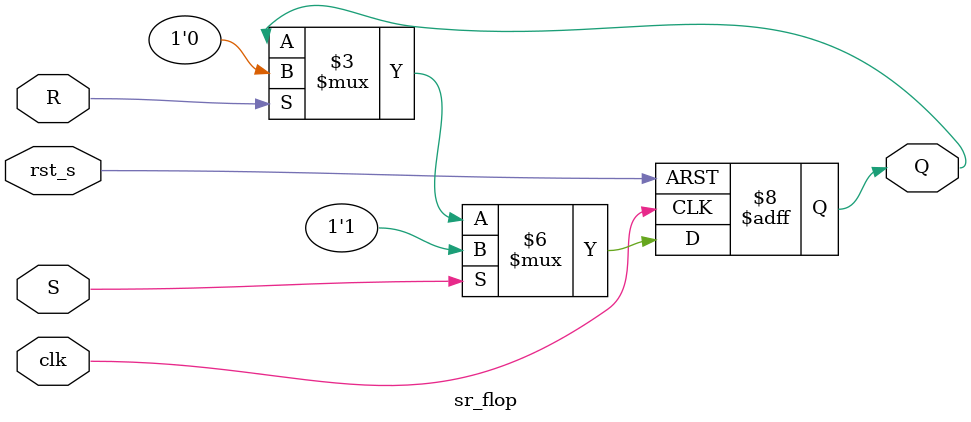
<source format=v>
`timescale 1ns / 1ps

module sr_flop(clk, rst_s, S, R, Q);

   input    clk, rst_s, S, R;
   output   Q;

   reg Q;

   always @ (posedge clk, posedge rst_s)
      if      (rst_s)  Q <= 1'b0;
      else if (S)      Q <= 1'b1;
      else if (R)      Q <= 1'b0; 
      else             Q <= Q;

endmodule

</source>
